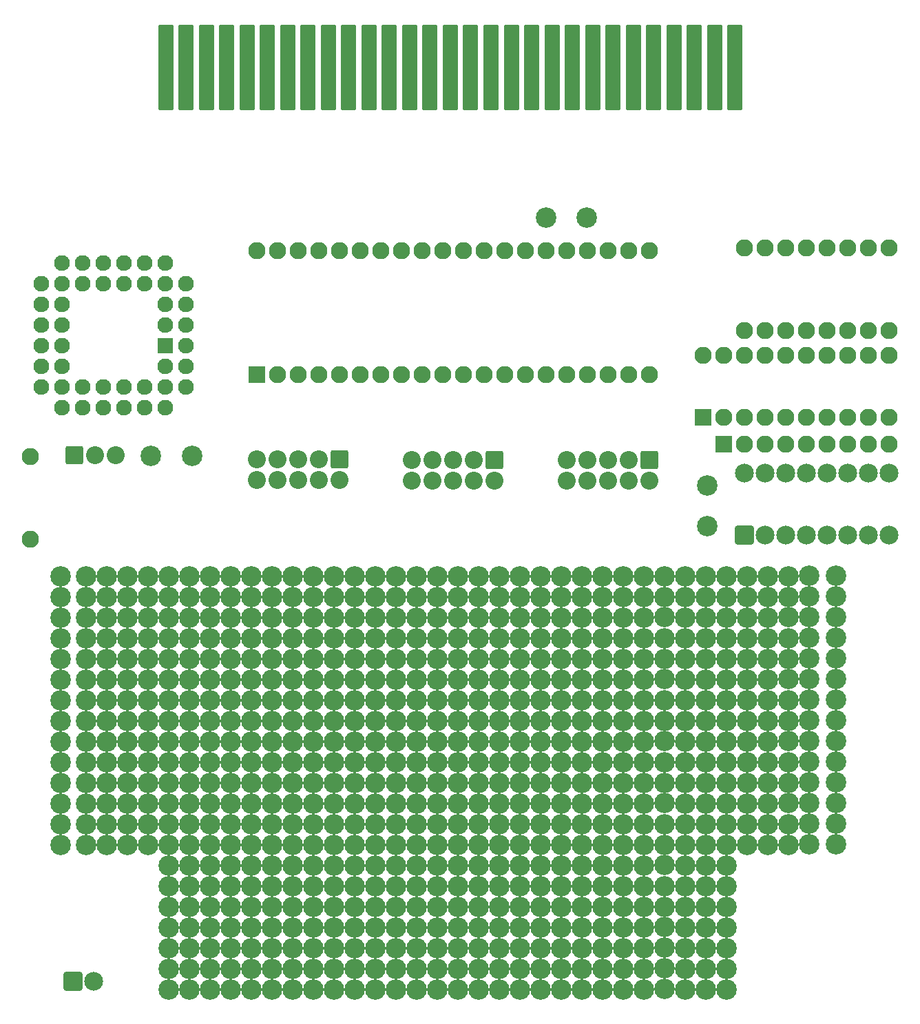
<source format=gbs>
%TF.GenerationSoftware,KiCad,Pcbnew,(6.0.8)*%
%TF.CreationDate,2022-11-12T14:36:56+01:00*%
%TF.ProjectId,m061,6d303631-2e6b-4696-9361-645f70636258,1.0*%
%TF.SameCoordinates,Original*%
%TF.FileFunction,Soldermask,Bot*%
%TF.FilePolarity,Negative*%
%FSLAX46Y46*%
G04 Gerber Fmt 4.6, Leading zero omitted, Abs format (unit mm)*
G04 Created by KiCad (PCBNEW (6.0.8)) date 2022-11-12 14:36:56*
%MOMM*%
%LPD*%
G01*
G04 APERTURE LIST*
G04 Aperture macros list*
%AMRoundRect*
0 Rectangle with rounded corners*
0 $1 Rounding radius*
0 $2 $3 $4 $5 $6 $7 $8 $9 X,Y pos of 4 corners*
0 Add a 4 corners polygon primitive as box body*
4,1,4,$2,$3,$4,$5,$6,$7,$8,$9,$2,$3,0*
0 Add four circle primitives for the rounded corners*
1,1,$1+$1,$2,$3*
1,1,$1+$1,$4,$5*
1,1,$1+$1,$6,$7*
1,1,$1+$1,$8,$9*
0 Add four rect primitives between the rounded corners*
20,1,$1+$1,$2,$3,$4,$5,0*
20,1,$1+$1,$4,$5,$6,$7,0*
20,1,$1+$1,$6,$7,$8,$9,0*
20,1,$1+$1,$8,$9,$2,$3,0*%
%AMFreePoly0*
4,1,21,0.796972,5.234655,0.879375,5.179595,0.934435,5.097192,0.953770,4.999990,0.953770,-4.999990,0.934435,-5.097192,0.879375,-5.179595,0.796972,-5.234655,0.699770,-5.253990,-0.699770,-5.253990,-0.796972,-5.234655,-0.879375,-5.179595,-0.934435,-5.097192,-0.953770,-4.999990,-0.953770,4.999990,-0.934435,5.097192,-0.879375,5.179595,-0.796972,5.234655,-0.699770,5.253990,0.699770,5.253990,
0.796972,5.234655,0.796972,5.234655,$1*%
G04 Aperture macros list end*
%ADD10C,2.508000*%
%ADD11C,2.108000*%
%ADD12O,2.108000X2.108000*%
%ADD13RoundRect,0.254000X-0.900000X-0.900000X0.900000X-0.900000X0.900000X0.900000X-0.900000X0.900000X0*%
%ADD14C,2.308000*%
%ADD15RoundRect,0.254000X0.900000X-0.900000X0.900000X0.900000X-0.900000X0.900000X-0.900000X-0.900000X0*%
%ADD16RoundRect,0.254000X-0.850000X0.850000X-0.850000X-0.850000X0.850000X-0.850000X0.850000X0.850000X0*%
%ADD17O,2.208000X2.208000*%
%ADD18RoundRect,0.254000X0.800000X-0.800000X0.800000X0.800000X-0.800000X0.800000X-0.800000X-0.800000X0*%
%ADD19RoundRect,0.254000X0.850000X-0.850000X0.850000X0.850000X-0.850000X0.850000X-0.850000X-0.850000X0*%
%ADD20RoundRect,0.254000X-0.800000X-0.800000X0.800000X-0.800000X0.800000X0.800000X-0.800000X0.800000X0*%
%ADD21FreePoly0,180.000000*%
%ADD22RoundRect,0.254000X-0.711200X0.711200X-0.711200X-0.711200X0.711200X-0.711200X0.711200X0.711200X0*%
%ADD23C,1.930400*%
G04 APERTURE END LIST*
D10*
%TO.C,*%
X74295000Y-104140000D03*
%TD*%
%TO.C,*%
X99687939Y-121888344D03*
%TD*%
%TO.C,*%
X69215000Y-147320000D03*
%TD*%
%TO.C,*%
X102235000Y-111760000D03*
%TD*%
%TO.C,*%
X41275000Y-147320000D03*
%TD*%
%TO.C,*%
X102235000Y-139700000D03*
%TD*%
%TO.C,*%
X99687939Y-109220000D03*
%TD*%
%TO.C,*%
X81880422Y-144780000D03*
%TD*%
%TO.C,*%
X97129189Y-134604172D03*
%TD*%
%TO.C,*%
X28575000Y-132080000D03*
%TD*%
%TO.C,*%
X114927939Y-126984172D03*
%TD*%
%TO.C,*%
X59055000Y-127000000D03*
%TD*%
%TO.C,*%
X94615000Y-142240000D03*
%TD*%
%TO.C,*%
X94615000Y-111760000D03*
%TD*%
%TO.C,*%
X86995000Y-104140000D03*
%TD*%
%TO.C,*%
X69215000Y-132080000D03*
%TD*%
%TO.C,*%
X79363068Y-126991396D03*
%TD*%
%TO.C,*%
X48895000Y-142240000D03*
%TD*%
%TO.C,*%
X84455000Y-152400000D03*
%TD*%
%TO.C,*%
X99687939Y-149828344D03*
%TD*%
%TO.C,*%
X31115000Y-127000000D03*
%TD*%
%TO.C,*%
X102235000Y-132080000D03*
%TD*%
%TO.C,*%
X36195000Y-116840000D03*
%TD*%
%TO.C,*%
X25400000Y-111760000D03*
%TD*%
%TO.C,*%
X61595000Y-114300000D03*
%TD*%
%TO.C,*%
X84455000Y-129540000D03*
%TD*%
%TO.C,*%
X59055000Y-116840000D03*
%TD*%
%TO.C,*%
X25400000Y-109220000D03*
%TD*%
%TO.C,*%
X74295000Y-142240000D03*
%TD*%
%TO.C,*%
X89535000Y-116840000D03*
%TD*%
%TO.C,*%
X79375000Y-124460000D03*
%TD*%
%TO.C,*%
X107315000Y-124460000D03*
%TD*%
%TO.C,*%
X92075000Y-109220000D03*
%TD*%
%TO.C,*%
X99687939Y-139700000D03*
%TD*%
%TO.C,*%
X86995000Y-101600000D03*
%TD*%
%TO.C,*%
X46355000Y-129540000D03*
%TD*%
%TO.C,*%
X69215000Y-142240000D03*
%TD*%
%TO.C,*%
X79363068Y-152387094D03*
%TD*%
%TO.C,*%
X74295000Y-121920000D03*
%TD*%
D11*
%TO.C,R1*%
X109474000Y-61214000D03*
D12*
X109474000Y-71374000D03*
%TD*%
D10*
%TO.C,*%
X81880422Y-114300000D03*
%TD*%
%TO.C,*%
X74295000Y-152400000D03*
%TD*%
%TO.C,*%
X56515000Y-124460000D03*
%TD*%
%TO.C,*%
X51435000Y-121920000D03*
%TD*%
%TO.C,*%
X89535000Y-114300000D03*
%TD*%
%TO.C,*%
X94615000Y-104140000D03*
%TD*%
%TO.C,*%
X56515000Y-129540000D03*
%TD*%
%TO.C,*%
X76835000Y-124460000D03*
%TD*%
%TO.C,*%
X102235000Y-101600000D03*
%TD*%
%TO.C,*%
X107315000Y-121920000D03*
%TD*%
%TO.C,*%
X92075000Y-147320000D03*
%TD*%
%TO.C,*%
X112369189Y-116839999D03*
%TD*%
%TO.C,*%
X56515000Y-119380000D03*
%TD*%
%TO.C,*%
X79363068Y-144767094D03*
%TD*%
%TO.C,*%
X79363068Y-129527094D03*
%TD*%
%TO.C,*%
X51435000Y-111760000D03*
%TD*%
%TO.C,*%
X56515000Y-137160000D03*
%TD*%
%TO.C,*%
X28575000Y-114300000D03*
%TD*%
%TO.C,*%
X76835000Y-119380000D03*
%TD*%
%TO.C,*%
X97129189Y-126984172D03*
%TD*%
%TO.C,*%
X74295000Y-149860000D03*
%TD*%
%TO.C,*%
X109855000Y-132080000D03*
%TD*%
%TO.C,*%
X36195000Y-104140000D03*
%TD*%
%TO.C,*%
X41275000Y-119380000D03*
%TD*%
%TO.C,*%
X56515000Y-109220000D03*
%TD*%
%TO.C,*%
X92075000Y-142240000D03*
%TD*%
%TO.C,*%
X109855000Y-119380000D03*
%TD*%
%TO.C,*%
X112369189Y-134604172D03*
%TD*%
%TO.C,*%
X66675000Y-101600000D03*
%TD*%
%TO.C,*%
X31115000Y-101600000D03*
%TD*%
%TO.C,*%
X86995000Y-147320000D03*
%TD*%
%TO.C,*%
X99687939Y-119364172D03*
%TD*%
%TO.C,*%
X38735000Y-139700000D03*
%TD*%
%TO.C,*%
X74295000Y-109220000D03*
%TD*%
%TO.C,*%
X53975000Y-111760000D03*
%TD*%
%TO.C,*%
X43815000Y-137160000D03*
%TD*%
%TO.C,*%
X76835000Y-127000000D03*
%TD*%
%TO.C,*%
X53975000Y-152400000D03*
%TD*%
%TO.C,*%
X84455000Y-149860000D03*
%TD*%
%TO.C,*%
X71755000Y-116840000D03*
%TD*%
%TO.C,*%
X71755000Y-124460000D03*
%TD*%
%TO.C,*%
X46355000Y-116840000D03*
%TD*%
%TO.C,*%
X112369189Y-109219999D03*
%TD*%
%TO.C,*%
X92075000Y-114300000D03*
%TD*%
%TO.C,*%
X69215000Y-149860000D03*
%TD*%
%TO.C,*%
X92075000Y-152400000D03*
%TD*%
%TO.C,*%
X102235000Y-134620000D03*
%TD*%
%TO.C,*%
X107315000Y-116840000D03*
%TD*%
%TO.C,*%
X48895000Y-132080000D03*
%TD*%
%TO.C,*%
X76835000Y-101600000D03*
%TD*%
%TO.C,*%
X114927939Y-124460000D03*
%TD*%
%TO.C,*%
X104775000Y-139700000D03*
%TD*%
%TO.C,*%
X36195000Y-121920000D03*
%TD*%
%TO.C,*%
X33655000Y-116840000D03*
%TD*%
%TO.C,*%
X69215000Y-144780000D03*
%TD*%
%TO.C,*%
X46355000Y-121920000D03*
%TD*%
%TO.C,*%
X76835000Y-139700000D03*
%TD*%
%TO.C,*%
X89535000Y-149860000D03*
%TD*%
%TO.C,*%
X53975000Y-121920000D03*
%TD*%
%TO.C,*%
X89535000Y-106680000D03*
%TD*%
%TO.C,*%
X86995000Y-137160000D03*
%TD*%
%TO.C,*%
X41275000Y-139700000D03*
%TD*%
%TO.C,*%
X64135000Y-132080000D03*
%TD*%
%TO.C,*%
X107315000Y-149860000D03*
%TD*%
%TO.C,*%
X31115000Y-106680000D03*
%TD*%
%TO.C,*%
X117475000Y-114274600D03*
%TD*%
%TO.C,*%
X66675000Y-124460000D03*
%TD*%
%TO.C,*%
X31115000Y-132080000D03*
%TD*%
%TO.C,*%
X71755000Y-137160000D03*
%TD*%
%TO.C,*%
X81880422Y-129540000D03*
%TD*%
%TO.C,*%
X76835000Y-147320000D03*
%TD*%
%TO.C,*%
X71755000Y-139700000D03*
%TD*%
%TO.C,*%
X99687939Y-106648344D03*
%TD*%
%TO.C,*%
X25400000Y-101600000D03*
%TD*%
%TO.C,*%
X114927939Y-121888344D03*
%TD*%
%TO.C,*%
X66675000Y-119380000D03*
%TD*%
%TO.C,*%
X66675000Y-129540000D03*
%TD*%
%TO.C,*%
X107315000Y-144780000D03*
%TD*%
%TO.C,*%
X33655000Y-124460000D03*
%TD*%
%TO.C,*%
X33655000Y-104140000D03*
%TD*%
%TO.C,*%
X74295000Y-139700000D03*
%TD*%
%TO.C,*%
X41275000Y-104140000D03*
%TD*%
%TO.C,*%
X48895000Y-134620000D03*
%TD*%
%TO.C,*%
X38735000Y-142240000D03*
%TD*%
%TO.C,*%
X53975000Y-147320000D03*
%TD*%
%TO.C,*%
X28575000Y-111760000D03*
%TD*%
%TO.C,*%
X59055000Y-149860000D03*
%TD*%
%TO.C,*%
X86995000Y-149860000D03*
%TD*%
%TO.C,*%
X43815000Y-116840000D03*
%TD*%
%TO.C,*%
X56515000Y-132080000D03*
%TD*%
D11*
%TO.C,R7*%
X124714000Y-61214000D03*
D12*
X124714000Y-71374000D03*
%TD*%
D10*
%TO.C,*%
X36195000Y-129540000D03*
%TD*%
%TO.C,*%
X99687939Y-104124172D03*
%TD*%
%TO.C,*%
X48895000Y-116840000D03*
%TD*%
%TO.C,*%
X117475000Y-104114600D03*
%TD*%
%TO.C,*%
X76835000Y-109220000D03*
%TD*%
%TO.C,*%
X81880422Y-149860000D03*
%TD*%
%TO.C,*%
X38735000Y-137160000D03*
%TD*%
%TO.C,*%
X43815000Y-134620000D03*
%TD*%
%TO.C,*%
X38735000Y-114300000D03*
%TD*%
D13*
%TO.C,D1*%
X26919000Y-151384000D03*
D14*
X29459000Y-151384000D03*
%TD*%
D10*
%TO.C,*%
X38735000Y-111760000D03*
%TD*%
%TO.C,*%
X99687939Y-134604172D03*
%TD*%
%TO.C,*%
X66675000Y-114300000D03*
%TD*%
%TO.C,*%
X56515000Y-127000000D03*
%TD*%
%TO.C,*%
X79363068Y-134611396D03*
%TD*%
D11*
%TO.C,R5*%
X119634000Y-61214000D03*
D12*
X119634000Y-71374000D03*
%TD*%
D10*
%TO.C,*%
X31115000Y-114300000D03*
%TD*%
%TO.C,*%
X31115000Y-124460000D03*
%TD*%
%TO.C,*%
X102235000Y-109220000D03*
%TD*%
%TO.C,*%
X41275000Y-134620000D03*
%TD*%
%TO.C,*%
X117475000Y-116814600D03*
%TD*%
%TO.C,*%
X46355000Y-152400000D03*
%TD*%
%TO.C,*%
X102235000Y-129540000D03*
%TD*%
%TO.C,*%
X104775000Y-104140000D03*
%TD*%
%TO.C,*%
X33655000Y-114300000D03*
%TD*%
%TO.C,*%
X36195000Y-134620000D03*
%TD*%
%TO.C,*%
X36195000Y-132080000D03*
%TD*%
%TO.C,*%
X25400000Y-127000000D03*
%TD*%
%TO.C,*%
X46355000Y-106680000D03*
%TD*%
%TO.C,*%
X109855000Y-134620000D03*
%TD*%
%TO.C,*%
X84455000Y-124460000D03*
%TD*%
%TO.C,*%
X53975000Y-149860000D03*
%TD*%
%TO.C,*%
X41275000Y-129540000D03*
%TD*%
%TO.C,*%
X89535000Y-147320000D03*
%TD*%
%TO.C,*%
X56515000Y-139700000D03*
%TD*%
%TO.C,*%
X102235000Y-121920000D03*
%TD*%
%TO.C,*%
X51435000Y-147320000D03*
%TD*%
%TO.C,*%
X64135000Y-106680000D03*
%TD*%
%TO.C,*%
X59055000Y-152400000D03*
%TD*%
%TO.C,*%
X81880422Y-142240000D03*
%TD*%
%TO.C,*%
X92075000Y-106680000D03*
%TD*%
%TO.C,*%
X51435000Y-144780000D03*
%TD*%
%TO.C,*%
X107315000Y-147320000D03*
%TD*%
%TO.C,*%
X114927939Y-114268344D03*
%TD*%
%TO.C,*%
X107315000Y-114300000D03*
%TD*%
%TO.C,*%
X48895000Y-104140000D03*
%TD*%
%TO.C,*%
X71755000Y-114300000D03*
%TD*%
%TO.C,*%
X107315000Y-104140000D03*
%TD*%
D11*
%TO.C,R3*%
X114554000Y-61214000D03*
D12*
X114554000Y-71374000D03*
%TD*%
D10*
%TO.C,*%
X64135000Y-127000000D03*
%TD*%
%TO.C,*%
X97129189Y-139699999D03*
%TD*%
%TO.C,*%
X61595000Y-144780000D03*
%TD*%
D11*
%TO.C,R0*%
X21717000Y-86868000D03*
D12*
X21717000Y-97028000D03*
%TD*%
D10*
%TO.C,*%
X51435000Y-101600000D03*
%TD*%
%TO.C,*%
X97155000Y-129540000D03*
%TD*%
%TO.C,*%
X51435000Y-139700000D03*
%TD*%
%TO.C,*%
X64135000Y-147320000D03*
%TD*%
%TO.C,*%
X64135000Y-119380000D03*
%TD*%
%TO.C,*%
X46355000Y-134620000D03*
%TD*%
%TO.C,*%
X89535000Y-132080000D03*
%TD*%
%TO.C,*%
X31115000Y-129540000D03*
%TD*%
%TO.C,*%
X120777000Y-114274600D03*
%TD*%
%TO.C,*%
X46355000Y-119380000D03*
%TD*%
%TO.C,*%
X71755000Y-111760000D03*
%TD*%
%TO.C,*%
X76835000Y-104140000D03*
%TD*%
%TO.C,*%
X51435000Y-129540000D03*
%TD*%
%TO.C,*%
X99687939Y-129508344D03*
%TD*%
%TO.C,*%
X25400000Y-119380000D03*
%TD*%
%TO.C,*%
X97155000Y-147320000D03*
%TD*%
%TO.C,*%
X61595000Y-104140000D03*
%TD*%
%TO.C,*%
X43815000Y-147320000D03*
%TD*%
%TO.C,*%
X104775000Y-111760000D03*
%TD*%
%TO.C,*%
X104775000Y-101600000D03*
%TD*%
%TO.C,*%
X28575000Y-116840000D03*
%TD*%
%TO.C,*%
X94615000Y-121920000D03*
%TD*%
%TO.C,*%
X89535000Y-111760000D03*
%TD*%
D15*
%TO.C,SW1*%
X109474000Y-96520000D03*
D14*
X112014000Y-96520000D03*
X114554000Y-96520000D03*
X117094000Y-96520000D03*
X119634000Y-96520000D03*
X122174000Y-96520000D03*
X124714000Y-96520000D03*
X127254000Y-96520000D03*
X127254000Y-88900000D03*
X124714000Y-88900000D03*
X122174000Y-88900000D03*
X119634000Y-88900000D03*
X117094000Y-88900000D03*
X114554000Y-88900000D03*
X112014000Y-88900000D03*
X109474000Y-88900000D03*
%TD*%
D10*
%TO.C,*%
X31115000Y-134620000D03*
%TD*%
%TO.C,*%
X43815000Y-101600000D03*
%TD*%
%TO.C,*%
X64135000Y-149860000D03*
%TD*%
%TO.C,*%
X99687939Y-142224172D03*
%TD*%
%TO.C,*%
X94615000Y-116840000D03*
%TD*%
%TO.C,*%
X43815000Y-104140000D03*
%TD*%
%TO.C,*%
X117475000Y-126974600D03*
%TD*%
%TO.C,*%
X64135000Y-129540000D03*
%TD*%
%TO.C,*%
X102235000Y-127000000D03*
%TD*%
%TO.C,*%
X94615000Y-119380000D03*
%TD*%
%TO.C,*%
X120777000Y-134594600D03*
%TD*%
%TO.C,*%
X86995000Y-152400000D03*
%TD*%
%TO.C,*%
X97129189Y-111744172D03*
%TD*%
%TO.C,*%
X53975000Y-137160000D03*
%TD*%
%TO.C,*%
X97129189Y-119364172D03*
%TD*%
%TO.C,*%
X117475000Y-119354600D03*
%TD*%
D11*
%TO.C,R2*%
X112014000Y-61214000D03*
D12*
X112014000Y-71374000D03*
%TD*%
D10*
%TO.C,*%
X74295000Y-147320000D03*
%TD*%
%TO.C,*%
X86995000Y-144780000D03*
%TD*%
%TO.C,*%
X41275000Y-116840000D03*
%TD*%
%TO.C,*%
X112369189Y-124459999D03*
%TD*%
%TO.C,*%
X38735000Y-134620000D03*
%TD*%
%TO.C,*%
X109855000Y-127000000D03*
%TD*%
%TO.C,*%
X69215000Y-114300000D03*
%TD*%
D16*
%TO.C,X3*%
X78790800Y-87269400D03*
D17*
X78790800Y-89809400D03*
X76250800Y-87269400D03*
X76250800Y-89809400D03*
X73710800Y-87269400D03*
X73710800Y-89809400D03*
X71170800Y-87269400D03*
X71170800Y-89809400D03*
X68630800Y-87269400D03*
X68630800Y-89809400D03*
%TD*%
D10*
%TO.C,*%
X97129189Y-109219999D03*
%TD*%
%TO.C,*%
X59055000Y-119380000D03*
%TD*%
%TO.C,*%
X89535000Y-121920000D03*
%TD*%
%TO.C,*%
X109855000Y-109220000D03*
%TD*%
%TO.C,*%
X94615000Y-127000000D03*
%TD*%
%TO.C,*%
X86995000Y-121920000D03*
%TD*%
%TO.C,*%
X109855000Y-111760000D03*
%TD*%
%TO.C,*%
X41275000Y-114300000D03*
%TD*%
%TO.C,*%
X28575000Y-106680000D03*
%TD*%
%TO.C,*%
X84455000Y-116840000D03*
%TD*%
%TO.C,*%
X117475000Y-129514600D03*
%TD*%
D16*
%TO.C,X2*%
X97815400Y-87269400D03*
D17*
X97815400Y-89809400D03*
X95275400Y-87269400D03*
X95275400Y-89809400D03*
X92735400Y-87269400D03*
X92735400Y-89809400D03*
X90195400Y-87269400D03*
X90195400Y-89809400D03*
X87655400Y-87269400D03*
X87655400Y-89809400D03*
%TD*%
D10*
%TO.C,*%
X48895000Y-144780000D03*
%TD*%
%TO.C,*%
X79363068Y-111751396D03*
%TD*%
%TO.C,*%
X71755000Y-101600000D03*
%TD*%
%TO.C,*%
X104775000Y-134620000D03*
%TD*%
D18*
%TO.C,U2*%
X104394000Y-82032000D03*
D12*
X106934000Y-82032000D03*
X109474000Y-82032000D03*
X112014000Y-82032000D03*
X114554000Y-82032000D03*
X117094000Y-82032000D03*
X119634000Y-82032000D03*
X122174000Y-82032000D03*
X124714000Y-82032000D03*
X127254000Y-82032000D03*
X127254000Y-74412000D03*
X124714000Y-74412000D03*
X122174000Y-74412000D03*
X119634000Y-74412000D03*
X117094000Y-74412000D03*
X114554000Y-74412000D03*
X112014000Y-74412000D03*
X109474000Y-74412000D03*
X106934000Y-74412000D03*
X104394000Y-74412000D03*
%TD*%
D10*
%TO.C,*%
X43815000Y-144780000D03*
%TD*%
%TO.C,*%
X59055000Y-104140000D03*
%TD*%
%TO.C,*%
X109855000Y-104140000D03*
%TD*%
%TO.C,*%
X117475000Y-109194600D03*
%TD*%
%TO.C,*%
X61595000Y-137160000D03*
%TD*%
%TO.C,*%
X86995000Y-124460000D03*
%TD*%
%TO.C,C1*%
X104902000Y-90424000D03*
X104902000Y-95424000D03*
%TD*%
%TO.C,*%
X92075000Y-119380000D03*
%TD*%
%TO.C,*%
X43815000Y-106680000D03*
%TD*%
%TO.C,*%
X59055000Y-137160000D03*
%TD*%
%TO.C,*%
X109855000Y-116840000D03*
%TD*%
%TO.C,*%
X99687939Y-126984172D03*
%TD*%
%TO.C,*%
X53975000Y-101600000D03*
%TD*%
%TO.C,*%
X104775000Y-106680000D03*
%TD*%
%TO.C,*%
X76835000Y-116840000D03*
%TD*%
%TO.C,*%
X36195000Y-101600000D03*
%TD*%
%TO.C,*%
X38735000Y-147320000D03*
%TD*%
%TO.C,*%
X84455000Y-147320000D03*
%TD*%
%TO.C,*%
X43815000Y-139700000D03*
%TD*%
%TO.C,*%
X41275000Y-124460000D03*
%TD*%
%TO.C,*%
X43815000Y-121920000D03*
%TD*%
%TO.C,*%
X38735000Y-127000000D03*
%TD*%
%TO.C,*%
X25400000Y-129540000D03*
%TD*%
%TO.C,*%
X114927939Y-109220000D03*
%TD*%
%TO.C,*%
X94615000Y-114300000D03*
%TD*%
%TO.C,*%
X76835000Y-149860000D03*
%TD*%
%TO.C,*%
X99687939Y-111744172D03*
%TD*%
%TO.C,*%
X56515000Y-106680000D03*
%TD*%
%TO.C,*%
X97155000Y-121920000D03*
%TD*%
%TO.C,*%
X64135000Y-144780000D03*
%TD*%
%TO.C,*%
X107315000Y-111760000D03*
%TD*%
%TO.C,C2*%
X41550600Y-86766400D03*
X36550600Y-86766400D03*
%TD*%
%TO.C,*%
X66675000Y-116840000D03*
%TD*%
%TO.C,*%
X107315000Y-129540000D03*
%TD*%
%TO.C,*%
X43815000Y-152400000D03*
%TD*%
%TO.C,*%
X79363068Y-104131396D03*
%TD*%
%TO.C,*%
X33655000Y-121920000D03*
%TD*%
%TO.C,*%
X86995000Y-116840000D03*
%TD*%
%TO.C,*%
X79375000Y-101600000D03*
%TD*%
%TO.C,*%
X94615000Y-144780000D03*
%TD*%
%TO.C,*%
X66675000Y-106680000D03*
%TD*%
%TO.C,*%
X107315000Y-109220000D03*
%TD*%
%TO.C,*%
X79363068Y-142231396D03*
%TD*%
%TO.C,*%
X92075000Y-132080000D03*
%TD*%
%TO.C,*%
X92075000Y-129540000D03*
%TD*%
%TO.C,*%
X112369189Y-132079999D03*
%TD*%
%TO.C,*%
X31115000Y-121920000D03*
%TD*%
%TO.C,*%
X109855000Y-106680000D03*
%TD*%
%TO.C,*%
X112369189Y-101599999D03*
%TD*%
%TO.C,*%
X51435000Y-119380000D03*
%TD*%
%TO.C,*%
X69215000Y-116840000D03*
%TD*%
%TO.C,*%
X81880422Y-147320000D03*
%TD*%
%TO.C,*%
X69215000Y-106680000D03*
%TD*%
%TO.C,*%
X56515000Y-142240000D03*
%TD*%
%TO.C,*%
X28575000Y-119380000D03*
%TD*%
%TO.C,*%
X97155000Y-137160000D03*
%TD*%
%TO.C,*%
X36195000Y-106680000D03*
%TD*%
%TO.C,*%
X79363068Y-114287094D03*
%TD*%
%TO.C,*%
X33655000Y-127000000D03*
%TD*%
%TO.C,*%
X59055000Y-142240000D03*
%TD*%
%TO.C,*%
X51435000Y-114300000D03*
%TD*%
D18*
%TO.C,U3*%
X49535000Y-76840000D03*
D12*
X52075000Y-76840000D03*
X54615000Y-76840000D03*
X57155000Y-76840000D03*
X59695000Y-76840000D03*
X62235000Y-76840000D03*
X64775000Y-76840000D03*
X67315000Y-76840000D03*
X69855000Y-76840000D03*
X72395000Y-76840000D03*
X74935000Y-76840000D03*
X77475000Y-76840000D03*
X80015000Y-76840000D03*
X82555000Y-76840000D03*
X85095000Y-76840000D03*
X87635000Y-76840000D03*
X90175000Y-76840000D03*
X92715000Y-76840000D03*
X95255000Y-76840000D03*
X97795000Y-76840000D03*
X97795000Y-61600000D03*
X95255000Y-61600000D03*
X92715000Y-61600000D03*
X90175000Y-61600000D03*
X87635000Y-61600000D03*
X85095000Y-61600000D03*
X82555000Y-61600000D03*
X80015000Y-61600000D03*
X77475000Y-61600000D03*
X74935000Y-61600000D03*
X72395000Y-61600000D03*
X69855000Y-61600000D03*
X67315000Y-61600000D03*
X64775000Y-61600000D03*
X62235000Y-61600000D03*
X59695000Y-61600000D03*
X57155000Y-61600000D03*
X54615000Y-61600000D03*
X52075000Y-61600000D03*
X49535000Y-61600000D03*
%TD*%
D10*
%TO.C,*%
X28575000Y-127000000D03*
%TD*%
%TO.C,*%
X38735000Y-119380000D03*
%TD*%
%TO.C,*%
X104775000Y-124460000D03*
%TD*%
%TO.C,*%
X86995000Y-142240000D03*
%TD*%
%TO.C,*%
X112369189Y-104124172D03*
%TD*%
D11*
%TO.C,R8*%
X127254000Y-61214000D03*
D12*
X127254000Y-71374000D03*
%TD*%
D10*
%TO.C,*%
X79363068Y-106667094D03*
%TD*%
%TO.C,*%
X31115000Y-111760000D03*
%TD*%
%TO.C,*%
X86995000Y-134620000D03*
%TD*%
%TO.C,*%
X59055000Y-144780000D03*
%TD*%
%TO.C,*%
X112395000Y-106680000D03*
%TD*%
%TO.C,*%
X59055000Y-139700000D03*
%TD*%
%TO.C,*%
X66675000Y-144780000D03*
%TD*%
%TO.C,*%
X81880422Y-111760000D03*
%TD*%
%TO.C,*%
X104775000Y-109220000D03*
%TD*%
%TO.C,*%
X48895000Y-149860000D03*
%TD*%
%TO.C,*%
X86995000Y-111760000D03*
%TD*%
%TO.C,*%
X99687939Y-132080000D03*
%TD*%
%TO.C,*%
X66675000Y-132080000D03*
%TD*%
%TO.C,*%
X92075000Y-104140000D03*
%TD*%
%TO.C,*%
X104775000Y-137160000D03*
%TD*%
%TO.C,*%
X97155000Y-144780000D03*
%TD*%
%TO.C,*%
X48895000Y-109220000D03*
%TD*%
%TO.C,*%
X92075000Y-149860000D03*
%TD*%
%TO.C,*%
X81880422Y-101599999D03*
%TD*%
%TO.C,*%
X53975000Y-116840000D03*
%TD*%
%TO.C,*%
X117475000Y-132054600D03*
%TD*%
%TO.C,*%
X48895000Y-129540000D03*
%TD*%
%TO.C,*%
X25400000Y-114300000D03*
%TD*%
%TO.C,*%
X104775000Y-121920000D03*
%TD*%
%TO.C,*%
X64135000Y-101600000D03*
%TD*%
%TO.C,*%
X53975000Y-144780000D03*
%TD*%
%TO.C,*%
X86995000Y-132080000D03*
%TD*%
%TO.C,*%
X117475000Y-121894600D03*
%TD*%
%TO.C,*%
X53975000Y-114300000D03*
%TD*%
%TO.C,*%
X102235000Y-124460000D03*
%TD*%
%TO.C,*%
X25400000Y-134620000D03*
%TD*%
%TO.C,*%
X53975000Y-132080000D03*
%TD*%
%TO.C,*%
X84455000Y-104140000D03*
%TD*%
%TO.C,*%
X117475000Y-111734600D03*
%TD*%
%TO.C,*%
X46355000Y-111760000D03*
%TD*%
%TO.C,*%
X71755000Y-144780000D03*
%TD*%
%TO.C,*%
X74295000Y-101600000D03*
%TD*%
%TO.C,*%
X48895000Y-114300000D03*
%TD*%
%TO.C,*%
X48895000Y-106680000D03*
%TD*%
%TO.C,*%
X59055000Y-147320000D03*
%TD*%
%TO.C,*%
X97129189Y-101599999D03*
%TD*%
%TO.C,*%
X104775000Y-119380000D03*
%TD*%
%TO.C,*%
X84455000Y-132080000D03*
%TD*%
%TO.C,*%
X41275000Y-111760000D03*
%TD*%
%TO.C,*%
X120777000Y-101574600D03*
%TD*%
%TO.C,*%
X46355000Y-149860000D03*
%TD*%
%TO.C,*%
X25400000Y-104140000D03*
%TD*%
%TO.C,*%
X114927939Y-101600000D03*
%TD*%
%TO.C,*%
X120777000Y-119354600D03*
%TD*%
%TO.C,*%
X48895000Y-121920000D03*
%TD*%
%TO.C,*%
X120777000Y-121894600D03*
%TD*%
%TO.C,*%
X104775000Y-142240000D03*
%TD*%
%TO.C,*%
X99687939Y-147288344D03*
%TD*%
%TO.C,*%
X84455000Y-127000000D03*
%TD*%
%TO.C,*%
X76835000Y-144780000D03*
%TD*%
%TO.C,*%
X81880422Y-134620000D03*
%TD*%
%TO.C,*%
X66675000Y-134620000D03*
%TD*%
%TO.C,*%
X71755000Y-147320000D03*
%TD*%
%TO.C,*%
X71755000Y-142240000D03*
%TD*%
%TO.C,*%
X120777000Y-129514600D03*
%TD*%
%TO.C,*%
X48895000Y-127000000D03*
%TD*%
%TO.C,*%
X114927939Y-104124172D03*
%TD*%
%TO.C,*%
X46355000Y-144780000D03*
%TD*%
%TO.C,*%
X84455000Y-137160000D03*
%TD*%
%TO.C,*%
X69215000Y-139700000D03*
%TD*%
%TO.C,*%
X41275000Y-137160000D03*
%TD*%
%TO.C,*%
X86995000Y-109220000D03*
%TD*%
%TO.C,*%
X89535000Y-137160000D03*
%TD*%
%TO.C,*%
X28575000Y-101600000D03*
%TD*%
%TO.C,*%
X89535000Y-152400000D03*
%TD*%
%TO.C,*%
X53975000Y-106680000D03*
%TD*%
%TO.C,*%
X28575000Y-104140000D03*
%TD*%
%TO.C,*%
X36195000Y-119380000D03*
%TD*%
%TO.C,*%
X59055000Y-132080000D03*
%TD*%
%TO.C,*%
X41275000Y-142240000D03*
%TD*%
%TO.C,*%
X41275000Y-152400000D03*
%TD*%
%TO.C,*%
X79363068Y-119371396D03*
%TD*%
%TO.C,*%
X74295000Y-134620000D03*
%TD*%
%TO.C,*%
X84455000Y-144780000D03*
%TD*%
%TO.C,*%
X38735000Y-121920000D03*
%TD*%
%TO.C,*%
X66675000Y-111760000D03*
%TD*%
%TO.C,*%
X56515000Y-144780000D03*
%TD*%
%TO.C,*%
X120777000Y-109194600D03*
%TD*%
%TO.C,*%
X76835000Y-132080000D03*
%TD*%
%TO.C,*%
X97129189Y-124459999D03*
%TD*%
%TO.C,*%
X25400000Y-121920000D03*
%TD*%
%TO.C,*%
X99687939Y-101600000D03*
%TD*%
%TO.C,*%
X46355000Y-142240000D03*
%TD*%
%TO.C,*%
X33655000Y-106680000D03*
%TD*%
%TO.C,*%
X66675000Y-109220000D03*
%TD*%
%TO.C,*%
X46355000Y-101600000D03*
%TD*%
%TO.C,*%
X51435000Y-104140000D03*
%TD*%
%TO.C,*%
X59055000Y-134620000D03*
%TD*%
%TO.C,*%
X41275000Y-121920000D03*
%TD*%
%TO.C,*%
X69215000Y-109220000D03*
%TD*%
%TO.C,*%
X81880422Y-104140000D03*
%TD*%
%TO.C,*%
X79363068Y-149847094D03*
%TD*%
%TO.C,*%
X84455000Y-106680000D03*
%TD*%
%TO.C,*%
X46355000Y-139700000D03*
%TD*%
%TO.C,*%
X71755000Y-109220000D03*
%TD*%
%TO.C,*%
X66675000Y-149860000D03*
%TD*%
%TO.C,*%
X64135000Y-104140000D03*
%TD*%
%TO.C,*%
X36195000Y-114300000D03*
%TD*%
%TO.C,*%
X74295000Y-132080000D03*
%TD*%
%TO.C,*%
X61595000Y-101600000D03*
%TD*%
%TO.C,*%
X53975000Y-104140000D03*
%TD*%
%TO.C,*%
X33655000Y-132080000D03*
%TD*%
%TO.C,*%
X36195000Y-109220000D03*
%TD*%
%TO.C,*%
X38735000Y-132080000D03*
%TD*%
%TO.C,*%
X74295000Y-116840000D03*
%TD*%
%TO.C,*%
X76835000Y-152400000D03*
%TD*%
%TO.C,*%
X46355000Y-124460000D03*
%TD*%
%TO.C,*%
X69215000Y-111760000D03*
%TD*%
%TO.C,*%
X53975000Y-139700000D03*
%TD*%
%TO.C,*%
X94615000Y-109220000D03*
%TD*%
%TO.C,*%
X84455000Y-111760000D03*
%TD*%
%TO.C,*%
X89535000Y-124460000D03*
%TD*%
%TO.C,*%
X53975000Y-134620000D03*
%TD*%
%TO.C,*%
X97155000Y-106680000D03*
%TD*%
%TO.C,*%
X38735000Y-106680000D03*
%TD*%
%TO.C,*%
X43815000Y-132080000D03*
%TD*%
D19*
%TO.C,JP1*%
X27115000Y-86700000D03*
D17*
X29655000Y-86700000D03*
X32195000Y-86700000D03*
%TD*%
D10*
%TO.C,*%
X25400000Y-124460000D03*
%TD*%
%TO.C,*%
X109855000Y-129540000D03*
%TD*%
%TO.C,*%
X74295000Y-111760000D03*
%TD*%
%TO.C,*%
X114927939Y-132080000D03*
%TD*%
%TO.C,*%
X69215000Y-127000000D03*
%TD*%
%TO.C,*%
X114927939Y-116840000D03*
%TD*%
%TO.C,*%
X71755000Y-149860000D03*
%TD*%
%TO.C,*%
X94615000Y-149860000D03*
%TD*%
%TO.C,*%
X61595000Y-139700000D03*
%TD*%
%TO.C,*%
X48895000Y-124460000D03*
%TD*%
%TO.C,*%
X79375000Y-132080000D03*
%TD*%
%TO.C,*%
X109855000Y-124460000D03*
%TD*%
%TO.C,*%
X117475000Y-101574600D03*
%TD*%
%TO.C,*%
X120777000Y-104114600D03*
%TD*%
%TO.C,*%
X99687939Y-137128344D03*
%TD*%
%TO.C,*%
X76835000Y-114300000D03*
%TD*%
%TO.C,*%
X69215000Y-104140000D03*
%TD*%
%TO.C,*%
X61595000Y-149860000D03*
%TD*%
%TO.C,*%
X102235000Y-116840000D03*
%TD*%
%TO.C,*%
X38735000Y-152400000D03*
%TD*%
%TO.C,*%
X56515000Y-116840000D03*
%TD*%
%TO.C,*%
X99687939Y-124460000D03*
%TD*%
%TO.C,*%
X99687939Y-152368344D03*
%TD*%
%TO.C,*%
X114927939Y-129508344D03*
%TD*%
%TO.C,*%
X102235000Y-144780000D03*
%TD*%
%TO.C,*%
X107315000Y-139700000D03*
%TD*%
%TO.C,*%
X102235000Y-106680000D03*
%TD*%
%TO.C,*%
X92075000Y-134620000D03*
%TD*%
%TO.C,*%
X99687939Y-114268344D03*
%TD*%
%TO.C,*%
X107315000Y-134620000D03*
%TD*%
%TO.C,*%
X71755000Y-132080000D03*
%TD*%
%TO.C,*%
X86995000Y-139700000D03*
%TD*%
%TO.C,*%
X61595000Y-124460000D03*
%TD*%
%TO.C,*%
X59055000Y-109220000D03*
%TD*%
%TO.C,*%
X74295000Y-124460000D03*
%TD*%
%TO.C,*%
X104775000Y-132080000D03*
%TD*%
%TO.C,*%
X69215000Y-129540000D03*
%TD*%
D20*
%TO.C,RN1*%
X106919000Y-85344000D03*
D12*
X109459000Y-85344000D03*
X111999000Y-85344000D03*
X114539000Y-85344000D03*
X117079000Y-85344000D03*
X119619000Y-85344000D03*
X122159000Y-85344000D03*
X124699000Y-85344000D03*
X127239000Y-85344000D03*
%TD*%
D10*
%TO.C,*%
X74295000Y-114300000D03*
%TD*%
%TO.C,*%
X51435000Y-142240000D03*
%TD*%
%TO.C,*%
X51435000Y-137160000D03*
%TD*%
%TO.C,*%
X53975000Y-124460000D03*
%TD*%
%TO.C,*%
X120777000Y-111734600D03*
%TD*%
%TO.C,*%
X97129189Y-142224172D03*
%TD*%
%TO.C,*%
X97155000Y-114300000D03*
%TD*%
%TO.C,*%
X56515000Y-104140000D03*
%TD*%
%TO.C,*%
X114927939Y-134604172D03*
%TD*%
%TO.C,*%
X89535000Y-134620000D03*
%TD*%
%TO.C,*%
X61595000Y-106680000D03*
%TD*%
%TO.C,*%
X81880422Y-152400000D03*
%TD*%
%TO.C,*%
X92075000Y-101600000D03*
%TD*%
%TO.C,*%
X84455000Y-119380000D03*
%TD*%
%TO.C,*%
X61595000Y-152400000D03*
%TD*%
%TO.C,*%
X31115000Y-104140000D03*
%TD*%
%TO.C,*%
X28575000Y-121920000D03*
%TD*%
%TO.C,*%
X43815000Y-119380000D03*
%TD*%
%TO.C,*%
X104775000Y-116840000D03*
%TD*%
%TO.C,*%
X61595000Y-134620000D03*
%TD*%
%TO.C,*%
X76835000Y-134620000D03*
%TD*%
%TO.C,*%
X120777000Y-124434600D03*
%TD*%
%TO.C,*%
X33655000Y-119380000D03*
%TD*%
%TO.C,*%
X112369189Y-119364172D03*
%TD*%
%TO.C,*%
X79375000Y-109220000D03*
%TD*%
%TO.C,*%
X61595000Y-121920000D03*
%TD*%
%TO.C,*%
X102235000Y-149860000D03*
%TD*%
%TO.C,*%
X107315000Y-101600000D03*
%TD*%
D11*
%TO.C,R4*%
X117094000Y-61214000D03*
D12*
X117094000Y-71374000D03*
%TD*%
D10*
%TO.C,*%
X48895000Y-152400000D03*
%TD*%
%TO.C,*%
X56515000Y-134620000D03*
%TD*%
%TO.C,*%
X36195000Y-124460000D03*
%TD*%
%TO.C,*%
X43815000Y-127000000D03*
%TD*%
%TO.C,*%
X74295000Y-127000000D03*
%TD*%
%TO.C,*%
X38735000Y-101600000D03*
%TD*%
%TO.C,*%
X81880422Y-127000000D03*
%TD*%
%TO.C,*%
X51435000Y-116840000D03*
%TD*%
%TO.C,*%
X66675000Y-139700000D03*
%TD*%
%TO.C,*%
X92075000Y-139700000D03*
%TD*%
%TO.C,*%
X86995000Y-127000000D03*
%TD*%
%TO.C,*%
X97155000Y-152400000D03*
%TD*%
%TO.C,*%
X94615000Y-134620000D03*
%TD*%
%TO.C,*%
X38735000Y-129540000D03*
%TD*%
%TO.C,*%
X76835000Y-129540000D03*
%TD*%
%TO.C,*%
X46355000Y-137160000D03*
%TD*%
%TO.C,*%
X38735000Y-109220000D03*
%TD*%
%TO.C,*%
X28575000Y-134620000D03*
%TD*%
%TO.C,*%
X92075000Y-144780000D03*
%TD*%
%TO.C,*%
X56515000Y-114300000D03*
%TD*%
D16*
%TO.C,X1*%
X59690000Y-87249000D03*
D17*
X59690000Y-89789000D03*
X57150000Y-87249000D03*
X57150000Y-89789000D03*
X54610000Y-87249000D03*
X54610000Y-89789000D03*
X52070000Y-87249000D03*
X52070000Y-89789000D03*
X49530000Y-87249000D03*
X49530000Y-89789000D03*
%TD*%
D10*
%TO.C,*%
X66675000Y-152400000D03*
%TD*%
%TO.C,*%
X48895000Y-111760000D03*
%TD*%
%TO.C,*%
X109855000Y-101600000D03*
%TD*%
%TO.C,*%
X59055000Y-121920000D03*
%TD*%
%TO.C,*%
X86995000Y-129540000D03*
%TD*%
%TO.C,*%
X94615000Y-137160000D03*
%TD*%
%TO.C,*%
X66675000Y-127000000D03*
%TD*%
%TO.C,*%
X84455000Y-114300000D03*
%TD*%
%TO.C,*%
X61595000Y-127000000D03*
%TD*%
%TO.C,*%
X41275000Y-101600000D03*
%TD*%
%TO.C,*%
X89535000Y-101600000D03*
%TD*%
%TO.C,*%
X64135000Y-114300000D03*
%TD*%
%TO.C,*%
X69215000Y-137160000D03*
%TD*%
%TO.C,*%
X94615000Y-129540000D03*
%TD*%
%TO.C,*%
X46355000Y-132080000D03*
%TD*%
%TO.C,*%
X84455000Y-121920000D03*
%TD*%
D11*
%TO.C,R6*%
X122174000Y-61214000D03*
D12*
X122174000Y-71374000D03*
%TD*%
D10*
%TO.C,*%
X84455000Y-109220000D03*
%TD*%
%TO.C,*%
X64135000Y-111760000D03*
%TD*%
%TO.C,*%
X61595000Y-119380000D03*
%TD*%
%TO.C,*%
X89535000Y-127000000D03*
%TD*%
%TO.C,*%
X107315000Y-106680000D03*
%TD*%
%TO.C,*%
X74295000Y-106680000D03*
%TD*%
%TO.C,*%
X36195000Y-127000000D03*
%TD*%
%TO.C,*%
X51435000Y-109220000D03*
%TD*%
%TO.C,*%
X28575000Y-109220000D03*
%TD*%
%TO.C,*%
X59055000Y-114300000D03*
%TD*%
%TO.C,*%
X33655000Y-134620000D03*
%TD*%
%TO.C,*%
X46355000Y-114300000D03*
%TD*%
%TO.C,*%
X36195000Y-111760000D03*
%TD*%
%TO.C,*%
X94615000Y-132080000D03*
%TD*%
%TO.C,*%
X33655000Y-111760000D03*
%TD*%
%TO.C,*%
X28575000Y-124460000D03*
%TD*%
%TO.C,*%
X31115000Y-119380000D03*
%TD*%
%TO.C,*%
X51435000Y-127000000D03*
%TD*%
%TO.C,*%
X81880422Y-132079999D03*
%TD*%
%TO.C,*%
X64135000Y-142240000D03*
%TD*%
%TO.C,*%
X66675000Y-137160000D03*
%TD*%
%TO.C,*%
X41275000Y-144780000D03*
%TD*%
%TO.C,*%
X84455000Y-134620000D03*
%TD*%
%TO.C,*%
X43815000Y-109220000D03*
%TD*%
%TO.C,*%
X64135000Y-121920000D03*
%TD*%
%TO.C,*%
X74295000Y-129540000D03*
%TD*%
%TO.C,*%
X76835000Y-106680000D03*
%TD*%
%TO.C,*%
X43815000Y-142240000D03*
%TD*%
%TO.C,*%
X33655000Y-109220000D03*
%TD*%
%TO.C,*%
X76835000Y-121920000D03*
%TD*%
%TO.C,*%
X64135000Y-139700000D03*
%TD*%
%TO.C,*%
X102235000Y-152400000D03*
%TD*%
%TO.C,*%
X41275000Y-149860000D03*
%TD*%
%TO.C,*%
X81880422Y-137160000D03*
%TD*%
%TO.C,*%
X71755000Y-121920000D03*
%TD*%
%TO.C,*%
X48895000Y-137160000D03*
%TD*%
%TO.C,*%
X38735000Y-104140000D03*
%TD*%
%TO.C,*%
X117475000Y-134594600D03*
%TD*%
%TO.C,*%
X41275000Y-106680000D03*
%TD*%
%TO.C,*%
X102235000Y-137160000D03*
%TD*%
%TO.C,*%
X56515000Y-149860000D03*
%TD*%
%TO.C,*%
X81880422Y-116839999D03*
%TD*%
%TO.C,*%
X56515000Y-111760000D03*
%TD*%
%TO.C,*%
X69215000Y-101600000D03*
%TD*%
%TO.C,*%
X41275000Y-132080000D03*
%TD*%
%TO.C,*%
X71755000Y-119380000D03*
%TD*%
%TO.C,*%
X33655000Y-129540000D03*
%TD*%
%TO.C,*%
X94615000Y-139700000D03*
%TD*%
%TO.C,*%
X64135000Y-137160000D03*
%TD*%
%TO.C,*%
X112395000Y-114300000D03*
%TD*%
%TO.C,*%
X94615000Y-101600000D03*
%TD*%
%TO.C,*%
X43815000Y-129540000D03*
%TD*%
%TO.C,*%
X89535000Y-139700000D03*
%TD*%
%TO.C,*%
X120777000Y-116814600D03*
%TD*%
%TO.C,*%
X61595000Y-111760000D03*
%TD*%
%TO.C,*%
X74295000Y-137160000D03*
%TD*%
%TO.C,*%
X97129189Y-132079999D03*
%TD*%
%TO.C,*%
X114927939Y-111744172D03*
%TD*%
D21*
%TO.C,P1*%
X108338511Y-39024751D03*
X105839151Y-39024751D03*
X103337251Y-39024751D03*
X100837891Y-39024751D03*
X98338531Y-39024751D03*
X95836631Y-39024751D03*
X93337271Y-39024751D03*
X90837911Y-39024751D03*
X88338551Y-39024751D03*
X85836651Y-39024751D03*
X83337291Y-39024751D03*
X80837931Y-39024751D03*
X78338571Y-39024751D03*
X75836671Y-39024751D03*
X73337311Y-39024751D03*
X70837951Y-39024751D03*
X68338591Y-39024751D03*
X65836691Y-39024751D03*
X63337331Y-39024751D03*
X60837971Y-39024751D03*
X58338611Y-39024751D03*
X55836711Y-39024751D03*
X53337351Y-39024751D03*
X50837991Y-39024751D03*
X48338631Y-39024751D03*
X45836731Y-39024751D03*
X43337371Y-39024751D03*
X40838011Y-39024751D03*
X38338651Y-39024751D03*
%TD*%
D10*
%TO.C,*%
X53975000Y-119380000D03*
%TD*%
%TO.C,*%
X89535000Y-144780000D03*
%TD*%
%TO.C,*%
X99687939Y-116840000D03*
%TD*%
%TO.C,*%
X71755000Y-152400000D03*
%TD*%
%TO.C,*%
X56515000Y-101600000D03*
%TD*%
%TO.C,*%
X46355000Y-127000000D03*
%TD*%
%TO.C,*%
X94615000Y-124460000D03*
%TD*%
%TO.C,*%
X94615000Y-106680000D03*
%TD*%
%TO.C,*%
X97129189Y-104124172D03*
%TD*%
%TO.C,*%
X43815000Y-124460000D03*
%TD*%
%TO.C,*%
X66675000Y-104140000D03*
%TD*%
%TO.C,*%
X112369189Y-111744172D03*
%TD*%
%TO.C,*%
X48895000Y-101600000D03*
%TD*%
%TO.C,*%
X112369189Y-126984172D03*
%TD*%
%TO.C,*%
X66675000Y-121920000D03*
%TD*%
%TO.C,*%
X46355000Y-104140000D03*
%TD*%
%TO.C,*%
X89535000Y-142240000D03*
%TD*%
%TO.C,*%
X56515000Y-147320000D03*
%TD*%
%TO.C,*%
X41275000Y-109220000D03*
%TD*%
%TO.C,*%
X64135000Y-109220000D03*
%TD*%
%TO.C,*%
X59055000Y-111760000D03*
%TD*%
%TO.C,*%
X104775000Y-149860000D03*
%TD*%
%TO.C,*%
X64135000Y-116840000D03*
%TD*%
%TO.C,*%
X31115000Y-116840000D03*
%TD*%
%TO.C,*%
X66675000Y-147320000D03*
%TD*%
%TO.C,*%
X81880422Y-121920000D03*
%TD*%
%TO.C,*%
X69215000Y-121920000D03*
%TD*%
%TO.C,*%
X76835000Y-111760000D03*
%TD*%
%TO.C,*%
X25400000Y-116840000D03*
%TD*%
%TO.C,*%
X89535000Y-129540000D03*
%TD*%
%TO.C,*%
X53975000Y-142240000D03*
%TD*%
%TO.C,*%
X79363068Y-121907094D03*
%TD*%
%TO.C,*%
X46355000Y-109220000D03*
%TD*%
%TO.C,*%
X81880422Y-124459999D03*
%TD*%
%TO.C,*%
X107315000Y-119380000D03*
%TD*%
%TO.C,*%
X33655000Y-101600000D03*
%TD*%
%TO.C,*%
X66675000Y-142240000D03*
%TD*%
%TO.C,*%
X71755000Y-106680000D03*
%TD*%
%TO.C,*%
X76835000Y-137160000D03*
%TD*%
%TO.C,*%
X102235000Y-119380000D03*
%TD*%
%TO.C,*%
X104775000Y-152400000D03*
%TD*%
%TO.C,*%
X64135000Y-134620000D03*
%TD*%
%TO.C,*%
X104775000Y-129540000D03*
%TD*%
%TO.C,*%
X41275000Y-127000000D03*
%TD*%
%TO.C,*%
X48895000Y-119380000D03*
%TD*%
%TO.C,*%
X92075000Y-127000000D03*
%TD*%
%TO.C,*%
X117475000Y-124434600D03*
%TD*%
%TO.C,*%
X92075000Y-111760000D03*
%TD*%
%TO.C,*%
X61595000Y-116840000D03*
%TD*%
%TO.C,*%
X120777000Y-106654600D03*
%TD*%
%TO.C,*%
X102235000Y-142240000D03*
%TD*%
%TO.C,*%
X112395000Y-121920000D03*
%TD*%
%TO.C,*%
X69215000Y-152400000D03*
%TD*%
%TO.C,*%
X89535000Y-104140000D03*
%TD*%
%TO.C,*%
X92075000Y-124460000D03*
%TD*%
%TO.C,*%
X107315000Y-137160000D03*
%TD*%
%TO.C,*%
X107315000Y-127000000D03*
%TD*%
%TO.C,*%
X84455000Y-101600000D03*
%TD*%
%TO.C,*%
X112395000Y-129540000D03*
%TD*%
%TO.C,*%
X104775000Y-127000000D03*
%TD*%
%TO.C,*%
X51435000Y-152400000D03*
%TD*%
%TO.C,*%
X61595000Y-129540000D03*
%TD*%
%TO.C,*%
X64135000Y-124460000D03*
%TD*%
%TO.C,*%
X81880422Y-139699999D03*
%TD*%
%TO.C,*%
X38735000Y-144780000D03*
%TD*%
%TO.C,*%
X43815000Y-149860000D03*
%TD*%
%TO.C,*%
X102235000Y-104140000D03*
%TD*%
%TO.C,*%
X59055000Y-106680000D03*
%TD*%
%TO.C,*%
X97129189Y-116839999D03*
%TD*%
%TO.C,*%
X79363068Y-147307094D03*
%TD*%
%TO.C,*%
X59055000Y-124460000D03*
%TD*%
%TO.C,*%
X81880422Y-109219999D03*
%TD*%
%TO.C,*%
X43815000Y-111760000D03*
%TD*%
%TO.C,*%
X81880422Y-119380000D03*
%TD*%
%TO.C,*%
X59055000Y-101600000D03*
%TD*%
%TO.C,*%
X84455000Y-142240000D03*
%TD*%
%TO.C,*%
X43815000Y-114300000D03*
%TD*%
%TO.C,*%
X61595000Y-147320000D03*
%TD*%
%TO.C,*%
X51435000Y-134620000D03*
%TD*%
%TO.C,*%
X53975000Y-129540000D03*
%TD*%
%TO.C,*%
X102235000Y-147320000D03*
%TD*%
%TO.C,*%
X69215000Y-119380000D03*
%TD*%
%TO.C,*%
X86995000Y-114300000D03*
%TD*%
%TO.C,*%
X92075000Y-137160000D03*
%TD*%
%TO.C,*%
X92075000Y-116840000D03*
%TD*%
%TO.C,*%
X74295000Y-119380000D03*
%TD*%
%TO.C,*%
X94615000Y-147320000D03*
%TD*%
%TO.C,*%
X81880422Y-106680000D03*
%TD*%
%TO.C,*%
X51435000Y-124460000D03*
%TD*%
%TO.C,*%
X28575000Y-129540000D03*
%TD*%
%TO.C,*%
X79375000Y-116840000D03*
%TD*%
%TO.C,*%
X86995000Y-106680000D03*
%TD*%
%TO.C,*%
X109855000Y-114300000D03*
%TD*%
%TO.C,*%
X84455000Y-139700000D03*
%TD*%
%TO.C,*%
X64135000Y-152400000D03*
%TD*%
%TO.C,*%
X38735000Y-149860000D03*
%TD*%
%TO.C,*%
X25400000Y-132100000D03*
%TD*%
%TO.C,*%
X46355000Y-147320000D03*
%TD*%
%TO.C,*%
X31115000Y-109220000D03*
%TD*%
%TO.C,*%
X71755000Y-134620000D03*
%TD*%
%TO.C,*%
X104775000Y-144780000D03*
%TD*%
%TO.C,*%
X48895000Y-139700000D03*
%TD*%
%TO.C,*%
X86995000Y-119380000D03*
%TD*%
%TO.C,*%
X51435000Y-149860000D03*
%TD*%
%TO.C,*%
X25400000Y-106680000D03*
%TD*%
%TO.C,*%
X74295000Y-144780000D03*
%TD*%
%TO.C,*%
X61595000Y-132080000D03*
%TD*%
%TO.C,*%
X89535000Y-109220000D03*
%TD*%
%TO.C,*%
X109855000Y-121920000D03*
%TD*%
%TO.C,*%
X79375000Y-139700000D03*
%TD*%
%TO.C,C3*%
X85100000Y-57500000D03*
X90100000Y-57500000D03*
%TD*%
%TO.C,*%
X76835000Y-142240000D03*
%TD*%
%TO.C,*%
X107315000Y-142240000D03*
%TD*%
%TO.C,*%
X107315000Y-132080000D03*
%TD*%
%TO.C,*%
X71755000Y-127000000D03*
%TD*%
%TO.C,*%
X51435000Y-106680000D03*
%TD*%
%TO.C,*%
X117475000Y-106654600D03*
%TD*%
%TO.C,*%
X69215000Y-134620000D03*
%TD*%
%TO.C,*%
X104775000Y-114300000D03*
%TD*%
%TO.C,*%
X114927939Y-119364172D03*
%TD*%
%TO.C,*%
X56515000Y-152400000D03*
%TD*%
%TO.C,*%
X107315000Y-152400000D03*
%TD*%
%TO.C,*%
X89535000Y-119380000D03*
%TD*%
%TO.C,*%
X61595000Y-142240000D03*
%TD*%
%TO.C,*%
X48895000Y-147320000D03*
%TD*%
%TO.C,*%
X71755000Y-104140000D03*
%TD*%
%TO.C,*%
X38735000Y-116840000D03*
%TD*%
D22*
%TO.C,U1*%
X38303200Y-73279000D03*
D23*
X40843200Y-70739000D03*
X38303200Y-70739000D03*
X40843200Y-68199000D03*
X38303200Y-68199000D03*
X40843200Y-65659000D03*
X38303200Y-63119000D03*
X38303200Y-65659000D03*
X35763200Y-63119000D03*
X35763200Y-65659000D03*
X33223200Y-63119000D03*
X33223200Y-65659000D03*
X30683200Y-63119000D03*
X30683200Y-65659000D03*
X28143200Y-63119000D03*
X28143200Y-65659000D03*
X25603200Y-63119000D03*
X23063200Y-65659000D03*
X25603200Y-65659000D03*
X23063200Y-68199000D03*
X25603200Y-68199000D03*
X23063200Y-70739000D03*
X25603200Y-70739000D03*
X23063200Y-73279000D03*
X25603200Y-73279000D03*
X23063200Y-75819000D03*
X25603200Y-75819000D03*
X23063200Y-78359000D03*
X25603200Y-80899000D03*
X25603200Y-78359000D03*
X28143200Y-80899000D03*
X28143200Y-78359000D03*
X30683200Y-80899000D03*
X30683200Y-78359000D03*
X33223200Y-80899000D03*
X33223200Y-78359000D03*
X35763200Y-80899000D03*
X35763200Y-78359000D03*
X38303200Y-80899000D03*
X40843200Y-78359000D03*
X38303200Y-78359000D03*
X40843200Y-75819000D03*
X38303200Y-75819000D03*
X40843200Y-73279000D03*
%TD*%
D10*
%TO.C,*%
X38735000Y-124460000D03*
%TD*%
%TO.C,*%
X61595000Y-109220000D03*
%TD*%
%TO.C,*%
X69215000Y-124460000D03*
%TD*%
%TO.C,*%
X114927939Y-106648344D03*
%TD*%
%TO.C,*%
X104775000Y-147320000D03*
%TD*%
%TO.C,*%
X102235000Y-114300000D03*
%TD*%
%TO.C,*%
X71755000Y-129540000D03*
%TD*%
%TO.C,*%
X56515000Y-121920000D03*
%TD*%
%TO.C,*%
X51435000Y-132080000D03*
%TD*%
%TO.C,*%
X53975000Y-109220000D03*
%TD*%
%TO.C,*%
X59055000Y-129540000D03*
%TD*%
%TO.C,*%
X92075000Y-121920000D03*
%TD*%
%TO.C,*%
X94615000Y-152400000D03*
%TD*%
%TO.C,*%
X99687939Y-144748344D03*
%TD*%
%TO.C,*%
X53975000Y-127000000D03*
%TD*%
%TO.C,*%
X97155000Y-149860000D03*
%TD*%
%TO.C,*%
X120777000Y-126974600D03*
%TD*%
%TO.C,*%
X120777000Y-132054600D03*
%TD*%
%TO.C,*%
X79363068Y-137147094D03*
%TD*%
M02*

</source>
